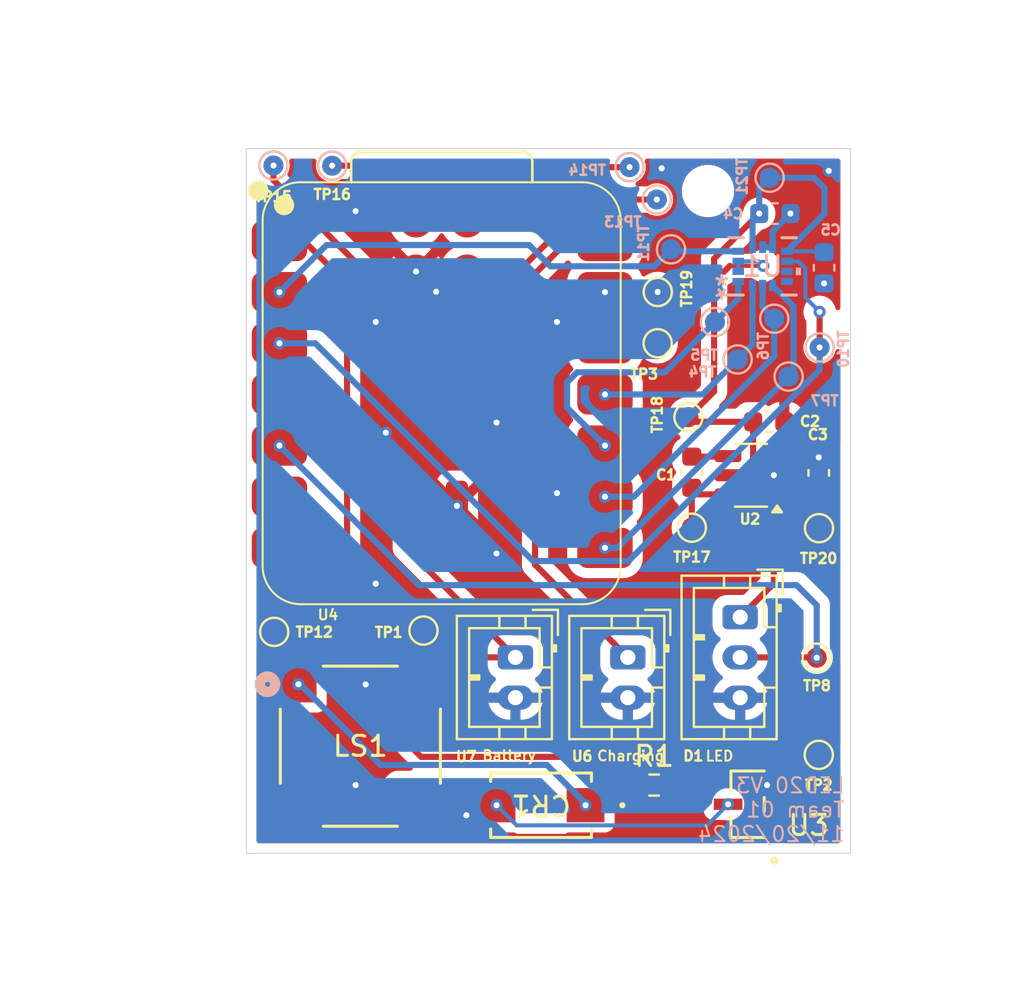
<source format=kicad_pcb>
(kicad_pcb (version 20240108) (generator "pcbnew") (generator_version "8.0")
  (title_block (title "LED20 Updated Schematic") (date "2024-11-12") (rev "2") (company "Team 01") (comment 1 "PCB Layout of LED20 "))
  (layers (0 "F.Cu" signal) (31 "B.Cu" signal) (34 "B.Paste" user) (35 "F.Paste" user) (36 "B.SilkS" user "B.Silkscreen") (37 "F.SilkS" user "F.Silkscreen") (38 "B.Mask" user) (39 "F.Mask" user) (44 "Edge.Cuts" user))
  (net 0 "")
  (net 1 "Net-(U2-C+)")
  (net 2 "Net-(U2-C-)")
  (net 3 "GND")
  (net 4 "3.3V")
  (net 5 "+5V")
  (net 6 "3.3V Data (D4)")
  (net 7 "VBATT")
  (net 8 "Net-(U1-SDA)")
  (net 9 "Net-(U1-SDO{slash}SA0)")
  (net 10 "Net-(U1-SCL)")
  (net 11 "Net-(U1-CS)")
  (net 12 "Net-(U1-INT2)")
  (net 13 "Net-(U1-INT1)")
  (net 14 "unconnected-(TP13-Pad1)")
  (net 15 "unconnected-(TP14-Pad1)")
  (net 16 "unconnected-(TP15-Pad1)")
  (net 17 "unconnected-(TP16-Pad1)")
  (net 21 "+5V IN")
  (net 24 "Net-(U4-LP_GPIO0{slash}GPIO0{slash}A0{slash}D0)")
  (net 25 "Net-(U3-COLLECTOR)")
  (net 26 "Net-(CR1-Pad1)")
  (net 27 "Net-(U3-BASE)")
  (footprint "TestPoint:TestPoint_Pad_D1.0mm" (layer "F.Cu") (at 160.6375 93.45 -90)
    (property "Reference" "TP2" (at 1.5 0 180) (layer "F.SilkS") (effects (font (size 0.5 0.5) (thickness 0.125))))
    (property "Value" "~")
    (pad "1" smd circle (at 0 0 270) (size 1 1) (layers "F.Cu" "F.Mask") (net 3 "GND"))
  )
  (footprint "Led20:ChargePump" (layer "F.Cu") (at 157.268761 79.56416 180)
    (property "Reference" "U2" (at 0.048197 -2.179258 0) (layer "F.SilkS") (effects (font (size 0.5 0.5) (thickness 0.125))))
    (property "Value" "~")
    (pad "1" smd roundrect (at -1.1375 -0.95 180) (size 1.325 0.6) (layers "F.Cu" "F.Paste" "F.Mask") (net 5 "+5V"))
    (pad "2" smd roundrect (at -1.1375 0 180) (size 1.325 0.6) (layers "F.Cu" "F.Paste" "F.Mask") (net 3 "GND"))
    (pad "3" smd roundrect (at -1.1375 0.95 180) (size 1.325 0.6) (layers "F.Cu" "F.Paste" "F.Mask") (net 5 "+5V"))
    (pad "4" smd roundrect (at 1.1375 0.95 180) (size 1.325 0.6) (layers "F.Cu" "F.Paste" "F.Mask") (net 2 "Net-(U2-C-)"))
    (pad "5" smd roundrect (at 1.1375 0 180) (size 1.325 0.6) (layers "F.Cu" "F.Paste" "F.Mask") (net 4 "3.3V"))
    (pad "6" smd roundrect (at 1.1375 -0.95 180) (size 1.325 0.6) (layers "F.Cu" "F.Paste" "F.Mask") (net 1 "Net-(U2-C+)"))
  )
  (footprint "Connector_JST:JST_PH_B2B-PH-K_1x02_P2.00mm_Vertical" (layer "F.Cu") (at 151.155921 88.608331 -90)
    (property "Reference" "U6" (at 4.911581 2.267942 180) (layer "F.SilkS") (effects (font (size 0.5 0.5) (thickness 0.125))))
    (property "Value" "B2B-PH-K-S")
    (pad "1" thru_hole roundrect (at 0 0 270) (size 1.2 1.75) (drill 0.75) (layers "*.Cu" "*.Mask") (roundrect_rratio 0.208333) (net 21 "+5V IN"))
    (pad "2" thru_hole oval (at 2 0 270) (size 1.2 1.75) (drill 0.75) (layers "*.Cu" "*.Mask") (net 3 "GND"))
  )
  (footprint "Connector_JST:JST_PH_B3B-PH-K_1x03_P2.00mm_Vertical" (layer "F.Cu") (at 156.733847 86.611446 -90)
    (property "Reference" "D1" (at 6.893255 2.327503 0) (layer "F.SilkS") (effects (font (size 0.5 0.5) (thickness 0.125))))
    (property "Value" "SK6812MINI")
    (pad "1" thru_hole roundrect (at 0 0 270) (size 1.2 1.75) (drill 0.75) (layers "*.Cu" "*.Mask") (roundrect_rratio 0.208333) (net 5 "+5V"))
    (pad "2" thru_hole oval (at 2 0 270) (size 1.2 1.75) (drill 0.75) (layers "*.Cu" "*.Mask") (net 6 "3.3V Data (D4)"))
    (pad "3" thru_hole oval (at 4 0 270) (size 1.2 1.75) (drill 0.75) (layers "*.Cu" "*.Mask") (net 3 "GND"))
  )
  (footprint "Capacitor_SMD:C_0603_1608Metric" (layer "F.Cu") (at 160.6375 79.45 -90)
    (property "Reference" "C3" (at -1.903419 0.044805 0) (layer "F.SilkS") (effects (font (size 0.5 0.5) (thickness 0.125))))
    (property "Value" "10u")
    (pad "1" smd roundrect (at -0.775 0 270) (size 0.9 0.95) (layers "F.Cu" "F.Paste" "F.Mask") (net 3 "GND"))
    (pad "2" smd roundrect (at 0.775 0 270) (size 0.9 0.95) (layers "F.Cu" "F.Paste" "F.Mask") (net 5 "+5V"))
  )
  (footprint "TestPoint:TestPoint_Pad_D1.0mm" (layer "F.Cu") (at 160.536654 88.625189)
    (property "Reference" "TP8" (at 0.012265 1.392674 0) (layer "F.SilkS") (effects (font (size 0.5 0.5) (thickness 0.125))))
    (property "Value" "~")
    (pad "1" smd circle (at 0 0) (size 1 1) (layers "F.Cu" "F.Mask") (net 6 "3.3V Data (D4)"))
  )
  (footprint "Footprints:SMA_403AE_OSI" (layer "F.Cu") (at 146.8473 95.95 180)
    (property "Reference" "CR1" (at 0 0 180) (layer "F.SilkS"))
    (property "Value" "S1B")
    (pad "1" smd rect (at -2.2098 0 180) (size 1.8796 1.7018) (layers "F.Cu" "F.Paste" "F.Mask") (net 26 "Net-(CR1-Pad1)"))
    (pad "2" smd rect (at 2.2098 0 180) (size 1.8796 1.7018) (layers "F.Cu" "F.Paste" "F.Mask") (net 25 "Net-(U3-COLLECTOR)"))
    (zone (net 0) (net_name "") (layer "F.Cu") (connect_pads (clearance 0)) (min_thickness 0.254)
      (keepout (tracks not_allowed) (vias not_allowed) (pads allowed) (copperpour not_allowed) (footprints allowed))
      (fill (thermal_gap 0.508) (thermal_bridge_width 0.508))
      (polygon (pts (xy 148.0665 97.3724) (xy 145.6281 97.3724) (xy 145.6281 94.5276) (xy 148.0665 94.5276)))
    )
  )
  (footprint "Led20:XIAO-ESP32-C6-SMD" (layer "F.Cu") (at 142.1375 75.53)
    (property "Reference" "U4" (at -6.44196 11.261619 0) (layer "F.SilkS") (effects (font (size 0.5 0.5) (thickness 0.10668)) (justify left bottom)))
    (property "Value" "~")
    (pad "1" smd roundrect (at -8.2816 -7.5985) (size 2.75 2) (layers "F.Cu" "F.Paste" "F.Mask") (net 24 "Net-(U4-LP_GPIO0{slash}GPIO0{slash}A0{slash}D0)"))
    (pad "2" smd roundrect (at -8.2816 -5.0585) (size 2.75 2) (layers "F.Cu" "F.Paste" "F.Mask") (net 13 "Net-(U1-INT1)"))
    (pad "3" smd roundrect (at -8.2816 -2.5185) (size 2.75 2) (layers "F.Cu" "F.Paste" "F.Mask") (net 12 "Net-(U1-INT2)"))
    (pad "4" smd roundrect (at -8.2816 0.0215) (size 2.75 2) (layers "F.Cu" "F.Paste" "F.Mask"))
    (pad "5" smd roundrect (at -8.2816 2.5615) (size 2.75 2) (layers "F.Cu" "F.Paste" "F.Mask") (net 6 "3.3V Data (D4)"))
    (pad "6" smd roundrect (at -8.2816 5.1015) (size 2.75 2) (layers "F.Cu" "F.Paste" "F.Mask"))
    (pad "7" smd roundrect (at -8.2816 7.6415) (size 2.75 2) (layers "F.Cu" "F.Paste" "F.Mask"))
    (pad "8" smd roundrect (at 7.8834 7.6415) (size 2.75 2) (layers "F.Cu" "F.Paste" "F.Mask") (net 11 "Net-(U1-CS)"))
    (pad "9" smd roundrect (at 7.8834 5.1015) (size 2.75 2) (layers "F.Cu" "F.Paste" "F.Mask") (net 10 "Net-(U1-SCL)"))
    (pad "10" smd roundrect (at 7.8834 2.5615) (size 2.75 2) (layers "F.Cu" "F.Paste" "F.Mask") (net 9 "Net-(U1-SDO{slash}SA0)"))
    (pad "11" smd roundrect (at 7.8834 0.0215) (size 2.75 2) (layers "F.Cu" "F.Paste" "F.Mask") (net 8 "Net-(U1-SDA)"))
    (pad "12" smd roundrect (at 7.8834 -2.5185) (size 2.75 2) (layers "F.Cu" "F.Paste" "F.Mask") (net 4 "3.3V"))
    (pad "13" smd roundrect (at 7.8834 -5.0585) (size 2.75 2) (layers "F.Cu" "F.Paste" "F.Mask") (net 3 "GND"))
    (pad "14" smd roundrect (at 7.8834 -7.5985) (size 2.75 2) (layers "F.Cu" "F.Paste" "F.Mask") (net 21 "+5V IN"))
    (pad "15" smd roundrect (at -2.008 5.5532 270) (size 2.5 1.1) (layers "F.Cu" "F.Paste" "F.Mask") (net 7 "VBATT"))
    (pad "16" smd roundrect (at 0.532 5.5532 270) (size 2.5 1.1) (layers "F.Cu" "F.Paste" "F.Mask") (net 3 "GND"))
    (pad "17" smd circle (at -1.5 -8.62) (size 1.7 1.7) (layers "F.Cu" "F.Paste" "F.Mask") (net 17 "unconnected-(TP16-Pad1)"))
    (pad "18" smd circle (at 1.04 -8.62) (size 1.7 1.7) (layers "F.Cu" "F.Paste" "F.Mask") (net 15 "unconnected-(TP14-Pad1)"))
    (pad "19" smd circle (at -1.5 -6.08) (size 1.7 1.7) (layers "F.Cu" "F.Paste" "F.Mask") (net 3 "GND"))
    (pad "20" smd circle (at 1.04 -6.08) (size 1.7 1.7) (layers "F.Cu" "F.Paste" "F.Mask"))
    (pad "21" smd circle (at -1.5 -3.54) (size 1.7 1.7) (layers "F.Cu" "F.Paste" "F.Mask") (net 16 "unconnected-(TP15-Pad1)"))
    (pad "22" smd circle (at 1.04 -3.54) (size 1.7 1.7) (layers "F.Cu" "F.Paste" "F.Mask") (net 14 "unconnected-(TP13-Pad1)"))
    (pad "23" smd circle (at -1.5 -1) (size 1.7 1.7) (layers "F.Cu" "F.Paste" "F.Mask"))
    (pad "24" smd circle (at 0.9474 -1.0568) (size 1.7 1.7) (layers "F.Cu" "F.Paste" "F.Mask"))
  )
  (footprint "TestPoint:TestPoint_Pad_D1.0mm" (layer "F.Cu") (at 154.166059 76.678665 180)
    (property "Reference" "TP18" (at 1.54972 0.123129 -90) (layer "F.SilkS") (effects (font (size 0.5 0.5) (thickness 0.125))))
    (property "Value" "~")
    (pad "1" smd circle (at 0 0 180) (size 1 1) (layers "F.Cu" "F.Mask") (net 4 "3.3V"))
  )
  (footprint "Capacitor_SMD:C_0603_1608Metric" (layer "F.Cu") (at 154.333037 79.414265 90)
    (property "Reference" "C1" (at -0.134148 -1.277947 180) (layer "F.SilkS") (effects (font (size 0.5 0.5) (thickness 0.125))))
    (property "Value" "1u")
    (pad "1" smd roundrect (at -0.775 0 90) (size 0.9 0.95) (layers "F.Cu" "F.Paste" "F.Mask") (net 1 "Net-(U2-C+)"))
    (pad "2" smd roundrect (at 0.775 0 90) (size 0.9 0.95) (layers "F.Cu" "F.Paste" "F.Mask") (net 2 "Net-(U2-C-)"))
  )
  (footprint "TestPoint:TestPoint_Pad_D1.0mm" (layer "F.Cu") (at 141.008275 87.276212 180)
    (property "Reference" "TP1" (at 1.722719 -0.091634 180) (layer "F.SilkS") (effects (font (size 0.5 0.5) (thickness 0.125))))
    (property "Value" "~")
    (pad "1" smd circle (at 0 0 180) (size 1 1) (layers "F.Cu" "F.Mask") (net 7 "VBATT"))
  )
  (footprint "Capacitor_SMD:C_0603_1608Metric" (layer "F.Cu") (at 158.153782 76.910052)
    (property "Reference" "C2" (at 2.050231 -0.019744 0) (layer "F.SilkS") (effects (font (size 0.5 0.5) (thickness 0.125))))
    (property "Value" "10u")
    (pad "1" smd roundrect (at -0.775 0) (size 0.9 0.95) (layers "F.Cu" "F.Paste" "F.Mask") (net 4 "3.3V"))
    (pad "2" smd roundrect (at 0.775 0) (size 0.9 0.95) (layers "F.Cu" "F.Paste" "F.Mask") (net 3 "GND"))
  )
  (footprint "TestPoint:TestPoint_Pad_D1.0mm" (layer "F.Cu") (at 154.333075 82.169007 180)
    (property "Reference" "TP17" (at -0.00489 -1.460173 0) (layer "F.SilkS") (effects (font (size 0.5 0.5) (thickness 0.125))))
    (property "Value" "~")
    (pad "1" smd circle (at 0 0 180) (size 1 1) (layers "F.Cu" "F.Mask") (net 1 "Net-(U2-C+)"))
  )
  (footprint "TestPoint:TestPoint_Pad_D1.0mm" (layer "F.Cu") (at 160.649673 82.192994 180)
    (property "Reference" "TP20" (at 0.018327 -1.502797 0) (layer "F.SilkS") (effects (font (size 0.5 0.5) (thickness 0.125))))
    (property "Value" "~")
    (pad "1" smd circle (at 0 0 180) (size 1 1) (layers "F.Cu" "F.Mask") (net 5 "+5V"))
  )
  (footprint "TestPoint:TestPoint_Pad_D1.0mm" (layer "F.Cu") (at 152.63835 73.009731)
    (property "Reference" "TP3" (at -0.673172 1.533258 0) (layer "F.SilkS") (effects (font (size 0.5 0.5) (thickness 0.125))))
    (property "Value" "~")
    (pad "1" smd circle (at 0 0) (size 1 1) (layers "F.Cu" "F.Mask") (net 4 "3.3V"))
  )
  (footprint "TestPoint:TestPoint_Pad_D1.0mm" (layer "F.Cu") (at 152.643559 70.463206)
    (property "Reference" "TP19" (at 1.436001 -0.164977 90) (layer "F.SilkS") (effects (font (size 0.5 0.5) (thickness 0.125))))
    (property "Value" "~")
    (pad "1" smd circle (at 0 0) (size 1 1) (layers "F.Cu" "F.Mask") (net 3 "GND"))
  )
  (footprint "TestPoint:TestPoint_Pad_D1.0mm" (layer "F.Cu") (at 133.594062 87.34175)
    (property "Reference" "TP12" (at 1.991518 0.011891 0) (layer "F.SilkS") (effects (font (size 0.5 0.5) (thickness 0.125))))
    (property "Value" "~")
    (pad "1" smd circle (at 0 0) (size 1 1) (layers "F.Cu" "F.Mask") (net 24 "Net-(U4-LP_GPIO0{slash}GPIO0{slash}A0{slash}D0)"))
  )
  (footprint "Led20:CMT-7525-80-SMT-TR_CUD" (layer "F.Cu") (at 137.874055 93.018829)
    (property "Reference" "LS1" (at 0 0 0) (layer "F.SilkS"))
    (property "Value" "CMT-7525-80-SMT-TR")
    (pad "1" smd rect (at -3.075 -3.075) (size 1.8034 1.8034) (layers "F.Cu" "F.Paste" "F.Mask") (net 26 "Net-(CR1-Pad1)"))
    (pad "2" smd rect (at -3.075 3.075) (size 1.8034 1.8034) (layers "F.Cu" "F.Paste" "F.Mask") (net 25 "Net-(U3-COLLECTOR)"))
    (pad "3" smd rect (at 3.075 -3.075) (size 1.8034 1.8034) (layers "F.Cu" "F.Paste" "F.Mask"))
    (pad "4" smd rect (at 3.075 3.075) (size 1.8034 1.8034) (layers "F.Cu" "F.Paste" "F.Mask"))
  )
  (footprint "Connector_JST:JST_PH_B2B-PH-K_1x02_P2.00mm_Vertical" (layer "F.Cu") (at 145.575412 88.608331 -90)
    (property "Reference" "U7" (at 4.921934 2.442242 180) (layer "F.SilkS") (effects (font (size 0.5 0.5) (thickness 0.125))))
    (property "Value" "B2B-PH-K-S")
    (pad "1" thru_hole roundrect (at 0 0 270) (size 1.2 1.75) (drill 0.75) (layers "*.Cu" "*.Mask") (roundrect_rratio 0.208333) (net 7 "VBATT"))
    (pad "2" thru_hole oval (at 2 0 270) (size 1.2 1.75) (drill 0.75) (layers "*.Cu" "*.Mask") (net 3 "GND"))
  )
  (footprint "Resistor_SMD:R_0603_1608Metric" (layer "F.Cu") (at 152.4625 94.95)
    (property "Reference" "R1" (at 0 -1.43 0) (layer "F.SilkS"))
    (property "Value" "180")
    (pad "1" smd roundrect (at -0.825 0) (size 0.8 0.95) (layers "F.Cu" "F.Paste" "F.Mask") (net 24 "Net-(U4-LP_GPIO0{slash}GPIO0{slash}A0{slash}D0)"))
    (pad "2" smd roundrect (at 0.825 0) (size 0.8 0.95) (layers "F.Cu" "F.Paste" "F.Mask") (net 27 "Net-(U3-BASE)"))
  )
  (footprint "Footprints:SOT-23_ONS" (layer "F.Cu") (at 157.1027 95.9025 90)
    (property "Reference" "U3" (at -1.0475 3.0348 0) (layer "F.SilkS"))
    (property "Value" "MMBT4401LT1G")
    (pad "1" smd rect (at -0.9525 0.9652 90) (size 0.5588 1.4224) (layers "F.Cu" "F.Paste" "F.Mask") (net 27 "Net-(U3-BASE)"))
    (pad "2" smd rect (at 0.9525 0.9652 90) (size 0.5588 1.4224) (layers "F.Cu" "F.Paste" "F.Mask") (net 3 "GND"))
    (pad "3" smd rect (at 0 -0.9652 90) (size 0.5588 1.4224) (layers "F.Cu" "F.Paste" "F.Mask") (net 25 "Net-(U3-COLLECTOR)"))
  )
  (footprint "TestPoint:TestPoint_Pad_D1.0mm" (layer "B.Cu") (at 160.680206 73.216858 90)
    (property "Reference" "TP10" (at -0.086966 1.182134 -90) (layer "B.SilkS") (effects (font (size 0.5 0.5) (thickness 0.125) (bold yes)) (justify mirror)))
    (property "Value" "~")
    (pad "1" smd circle (at 0 0 90) (size 1 1) (layers "B.Cu" "B.Mask") (net 12 "Net-(U1-INT2)"))
  )
  (footprint "TestPoint:TestPoint_Pad_D1.0mm" (layer "B.Cu") (at 158.197657 64.789736 90)
    (property "Reference" "TP21" (at 0.059732 -1.366591 90) (layer "B.SilkS") (effects (font (size 0.5 0.5) (thickness 0.125) (bold yes)) (justify mirror)))
    (property "Value" "~")
    (pad "1" smd circle (at 0 0 90) (size 1 1) (layers "B.Cu" "B.Mask") (net 4 "3.3V"))
  )
  (footprint "MountingHole:MountingHole_2.1mm" (layer "B.Cu") (at 155.1375 65.45 180)
    (property "Reference" "REF**" (hide yes))
    (property "Value" "MountingHole_2.1mm")
    (pad "" np_thru_hole circle (at 0 0 180) (size 2.1 2.1) (drill 2.1) (layers "*.Cu" "*.Mask"))
  )
  (footprint "TestPoint:TestPoint_Pad_D1.0mm" (layer "B.Cu") (at 133.558215 64.181695)
    (property "Reference" "TP15" (at -0.006781 1.547978 0) (layer "F.SilkS") (effects (font (size 0.5 0.5) (thickness 0.125))))
    (property "Value" "~")
    (pad "1" smd circle (at 0 0) (size 1 1) (layers "B.Cu" "B.Mask") (net 16 "unconnected-(TP15-Pad1)"))
  )
  (footprint "TestPoint:TestPoint_Pad_D1.0mm" (layer "B.Cu") (at 136.473277 64.192789)
    (property "Reference" "TP16" (at 0.007435 1.428574 0) (layer "F.SilkS") (effects (font (size 0.5 0.5) (thickness 0.125))))
    (property "Value" "~")
    (pad "1" smd circle (at 0 0) (size 1 1) (layers "B.Cu" "B.Mask") (net 17 "unconnected-(TP16-Pad1)"))
  )
  (footprint "Capacitor_SMD:C_0603_1608Metric" (layer "B.Cu") (at 160.901178 69.262353 90)
    (property "Reference" "C5" (at 1.876373 0.329206 180) (layer "B.SilkS") (effects (font (size 0.5 0.5) (thickness 0.125)) (justify mirror)))
    (property "Value" "100n")
    (pad "1" smd roundrect (at -0.775 0 90) (size 0.9 0.95) (layers "B.Cu" "B.Paste" "B.Mask") (net 3 "GND"))
    (pad "2" smd roundrect (at 0.775 0 90) (size 0.9 0.95) (layers "B.Cu" "B.Paste" "B.Mask") (net 4 "3.3V"))
  )
  (footprint "Led20:LGA-14L_2P5X3X0P83_STM-L" (layer "B.Cu") (at 157.849653 69.192352)
    (property "Reference" "U1" (at 0 0 0) (layer "B.SilkS") (effects (justify mirror)))
    (property "Value" "~")
    (fp_text user "*" (at -2.032 1 0) (layer "B.SilkS") (effects (justify mirror)))
    (fp_text user "*" (at -2.032 1.0437 180) (layer "B.SilkS") (effects (justify mirror)))
    (pad "1" smd rect (at -1.2103 0.750001 270) (size 0.351536 0.57658) (layers "B.Cu" "B.Paste" "B.Mask") (net 9 "Net-(U1-SDO{slash}SA0)"))
    (pad "2" smd rect (at -1.2103 0.25 270) (size 0.351536 0.57658) (layers "B.Cu" "B.Paste" "B.Mask") (net 4 "3.3V"))
    (pad "3" smd rect (at -1.2103 -0.25 270) (size 0.351536 0.57658) (layers "B.Cu" "B.Paste" "B.Mask") (net 4 "3.3V"))
    (pad "4" smd rect (at -1.2103 -0.750001 270) (size 0.351536 0.57658) (layers "B.Cu" "B.Paste" "B.Mask") (net 13 "Net-(U1-INT1)"))
    (pad "5" smd rect (at -0.499999 -0.9563) (size 0.351536 0.57658) (layers "B.Cu" "B.Paste" "B.Mask") (net 4 "3.3V"))
    (pad "6" smd rect (at 0 -0.9563) (size 0.351536 0.57658) (layers "B.Cu" "B.Paste" "B.Mask") (net 3 "GND"))
    (pad "7" smd rect (at 0.499999 -0.9563) (size 0.351536 0.57658) (layers "B.Cu" "B.Paste" "B.Mask") (net 3 "GND"))
    (pad "8" smd rect (at 1.2103 -0.750001 270) (size 0.351536 0.57658) (layers "B.Cu" "B.Paste" "B.Mask") (net 4 "3.3V"))
    (pad "9" smd rect (at 1.2103 -0.25 270) (size 0.351536 0.57658) (layers "B.Cu" "B.Paste" "B.Mask") (net 12 "Net-(U1-INT2)"))
    (pad "10" smd rect (at 1.2103 0.25 270) (size 0.351536 0.57658) (layers "B.Cu" "B.Paste" "B.Mask"))
    (pad "11" smd rect (at 1.2103 0.750001 270) (size 0.351536 0.57658) (layers "B.Cu" "B.Paste" "B.Mask"))
    (pad "12" smd rect (at 0.499999 0.9563) (size 0.351536 0.57658) (layers "B.Cu" "B.Paste" "B.Mask") (net 11 "Net-(U1-CS)"))
    (pad "13" smd rect (at 0 0.9563) (size 0.351536 0.57658) (layers "B.Cu" "B.Paste" "B.Mask") (net 10 "Net-(U1-SCL)"))
    (pad "14" smd rect (at -0.499999 0.9563) (size 0.351536 0.57658) (layers "B.Cu" "B.Paste" "B.Mask") (net 8 "Net-(U1-SDA)"))
  )
  (footprint "TestPoint:TestPoint_Pad_D1.0mm" (layer "B.Cu") (at 159.140756 74.664675 -90)
    (property "Reference" "TP7" (at 1.203628 -1.789971 180) (layer "B.SilkS") (effects (font (size 0.5 0.5) (thickness 0.125) (bold yes)) (justify mirror)))
    (property "Value" "~")
    (pad "1" smd circle (at 0 0 270) (size 1 1) (layers "B.Cu" "B.Mask") (net 11 "Net-(U1-CS)"))
  )
  (footprint "TestPoint:TestPoint_Pad_D1.0mm" (layer "B.Cu") (at 152.5961 65.872827 180)
    (property "Reference" "TP13" (at 1.691163 -1.114361 0) (layer "B.SilkS") (effects (font (size 0.5 0.5) (thickness 0.125)) (justify mirror)))
    (property "Value" "~")
    (pad "1" smd circle (at 0 0 180) (size 1 1) (layers "B.Cu" "B.Mask") (net 14 "unconnected-(TP13-Pad1)"))
  )
  (footprint "TestPoint:TestPoint_Pad_D1.0mm" (layer "B.Cu") (at 151.241689 64.264802 180)
    (property "Reference" "TP14" (at 2.100344 -0.153276 0) (layer "B.SilkS") (effects (font (size 0.5 0.5) (thickness 0.125)) (justify mirror)))
    (property "Value" "~")
    (pad "1" smd circle (at 0 0 180) (size 1 1) (layers "B.Cu" "B.Mask") (net 15 "unconnected-(TP14-Pad1)"))
  )
  (footprint "TestPoint:TestPoint_Pad_D1.0mm" (layer "B.Cu") (at 156.608313 73.814663 -90)
    (property "Reference" "TP4" (at 0.625422 1.74681 180) (layer "B.SilkS") (effects (font (size 0.5 0.5) (thickness 0.125) (bold yes)) (justify mirror)))
    (property "Value" "~")
    (pad "1" smd circle (at 0 0 270) (size 1 1) (layers "B.Cu" "B.Mask") (net 8 "Net-(U1-SDA)"))
  )
  (footprint "TestPoint:TestPoint_Pad_D1.0mm" (layer "B.Cu") (at 158.430138 71.791608 -90)
    (property "Reference" "TP6" (at 1.369929 0.546241 90) (layer "B.SilkS") (effects (font (size 0.5 0.5) (thickness 0.125) (bold yes)) (justify mirror)))
    (property "Value" "~")
    (pad "1" smd circle (at 0 0 270) (size 1 1) (layers "B.Cu" "B.Mask") (net 10 "Net-(U1-SCL)"))
  )
  (footprint "TestPoint:TestPoint_Pad_D1.0mm" (layer "B.Cu") (at 153.301137 68.346097 -90)
    (property "Reference" "TP11" (at -0.309446 1.362758 90) (layer "B.SilkS") (effects (font (size 0.5 0.5) (thickness 0.125) (bold yes)) (justify mirror)))
    (property "Value" "~")
    (pad "1" smd circle (at 0 0 270) (size 1 1) (layers "B.Cu" "B.Mask") (net 13 "Net-(U1-INT1)"))
  )
  (footprint "TestPoint:TestPoint_Pad_D1.0mm" (layer "B.Cu") (at 155.484764 71.9583 -90)
    (property "Reference" "TP5" (at 1.638752 0.537736 180) (layer "B.SilkS") (effects (font (size 0.5 0.5) (thickness 0.125) (bold yes)) (justify mirror)))
    (property "Value" "~")
    (pad "1" smd circle (at 0 0 270) (size 1 1) (layers "B.Cu" "B.Mask") (net 9 "Net-(U1-SDO{slash}SA0)"))
  )
  (footprint "Capacitor_SMD:C_0603_1608Metric" (layer "B.Cu") (at 158.4571 66.569471 180)
    (property "Reference" "C4" (at 2.068364 -0.014527 0) (layer "B.SilkS") (effects (font (size 0.5 0.5) (thickness 0.125) (bold yes)) (justify mirror)))
    (property "Value" "100n")
    (pad "1" smd roundrect (at -0.775 0 180) (size 0.9 0.95) (layers "B.Cu" "B.Paste" "B.Mask") (net 3 "GND"))
    (pad "2" smd roundrect (at 0.775 0 180) (size 0.9 0.95) (layers "B.Cu" "B.Paste" "B.Mask") (net 4 "3.3V"))
  )
  (gr_rect (start 132.212322 63.338382) (end 162.212322 98.338382) (stroke (width 0.05)) (fill none) (layer "Edge.Cuts"))
  (gr_text "LED20 V3\nTeam 01\n11/20/2024" (at 161.985531 97.825183 0) (layer "B.SilkS") (effects (font (size 0.75 0.75) (thickness 0.1)) (justify left bottom mirror)))
  (gr_text "LED\n" (at 154.964936 93.802967 0) (layer "F.SilkS") (effects (font (size 0.5 0.5) (thickness 0.1)) (justify left bottom)))
  (gr_text "Battery\n" (at 143.875406 93.777677 0) (layer "F.SilkS") (effects (font (size 0.5 0.5) (thickness 0.1)) (justify left bottom)))
  (gr_text "Charging\n" (at 149.575234 93.794814 0) (layer "F.SilkS") (effects (font (size 0.5 0.5) (thickness 0.1)) (justify left bottom)))
  (segment (start 154.348199 80.204427) (end 154.333037 80.189265) (width 0.3048) (layer "F.Cu") (net 1))
  (segment (start 154.333037 82.168969) (end 154.333075 82.169007) (width 0.3048) (layer "F.Cu") (net 1))
  (segment (start 154.333037 80.189265) (end 154.657932 80.51416) (width 0.3048) (layer "F.Cu") (net 1))
  (segment (start 154.333037 80.189265) (end 154.333037 82.168969) (width 0.3048) (layer "F.Cu") (net 1))
  (segment (start 154.657932 80.51416) (end 156.131261 80.51416) (width 0.3048) (layer "F.Cu") (net 1))
  (segment (start 154.571604 78.626906) (end 154.559245 78.639265) (width 0.3048) (layer "F.Cu") (net 2))
  (segment (start 154.333037 78.639265) (end 154.559245 78.639265) (width 0.3048) (layer "F.Cu") (net 2))
  (segment (start 154.333037 78.639265) (end 156.106156 78.639265) (width 0.3048) (layer "F.Cu") (net 2))
  (segment (start 154.335742 78.63656) (end 154.333037 78.639265) (width 0.3048) (layer "F.Cu") (net 2))
  (segment (start 156.106156 78.639265) (end 156.131261 78.61416) (width 0.3048) (layer "F.Cu") (net 2))
  (segment (start 158.0679 94.95) (end 159.1375 94.95) (width 0.3048) (layer "F.Cu") (net 3))
  (segment (start 150.0209 70.4715) (end 152.635265 70.4715) (width 0.3048) (layer "F.Cu") (net 3))
  (segment (start 152.635265 70.4715) (end 152.643559 70.463206) (width 0.3048) (layer "F.Cu") (net 3))
  (segment (start 159.1375 94.95) (end 160.6375 93.45) (width 0.3048) (layer "F.Cu") (net 3))
  (via (at 160.6375 78.675) (size 0.6) (drill 0.3) (layers "F.Cu" "B.Cu") (net 3))
  (via (at 161.1375 64.45) (size 0.6) (drill 0.3) (layers "F.Cu" "B.Cu") (net 3))
  (via (at 152.835891 64.32261) (size 0.6) (drill 0.3) (layers "F.Cu" "B.Cu") (net 3))
  (via (at 140.6375 69.45) (size 0.6) (drill 0.3) (layers "F.Cu" "B.Cu") (net 3))
  (via (at 147.6375 80.45) (size 0.6) (drill 0.3) (layers "F.Cu" "B.Cu") (net 3))
  (via (at 150.0209 70.4715) (size 0.6) (drill 0.3) (layers "F.Cu" "B.Cu") (net 3))
  (via (at 137.6375 66.45) (size 0.6) (drill 0.3) (layers "F.Cu" "B.Cu") (net 3))
  (via (at 152.6375 70.463206) (size 0.6) (drill 0.3) (layers "F.Cu" "B.Cu") (net 3))
  (via (at 138.1375 89.95) (size 0.6) (drill 0.3) (layers "F.Cu" "B.Cu") (net 3))
  (via (at 147.6375 71.95) (size 0.6) (drill 0.3) (layers "F.Cu" "B.Cu") (net 3))
  (via (at 158.406261 79.56416) (size 0.6) (drill 0.3) (layers "F.Cu" "B.Cu") (net 3))
  (via (at 160.901178 70.037353) (size 0.6) (drill 0.3) (layers "F.Cu" "B.Cu") (net 3))
  (via (at 139.1375 77.45) (size 0.6) (drill 0.3) (layers "F.Cu" "B.Cu") (net 3))
  (via (at 144.6375 83.45) (size 0.6) (drill 0.3) (layers "F.Cu" "B.Cu") (net 3))
  (via (at 143.1375 96.45) (size 0.6) (drill 0.3) (layers "F.Cu" "B.Cu") (net 3))
  (via (at 137.6375 94.95) (size 0.6) (drill 0.3) (layers "F.Cu" "B.Cu") (net 3))
  (via (at 144.6375 76.95) (size 0.6) (drill 0.3) (layers "F.Cu" "B.Cu") (net 3))
  (via (at 142.6695 81.0832) (size 0.6) (drill 0.3) (layers "F.Cu" "B.Cu") (net 3))
  (via (at 138.6375 71.95) (size 0.6) (drill 0.3) (layers "F.Cu" "B.Cu") (net 3))
  (via (at 141.6375 70.45) (size 0.6) (drill 0.3) (layers "F.Cu" "B.Cu") (net 3))
  (via (at 159.2321 66.569471) (size 0.6) (drill 0.3) (layers "F.Cu" "B.Cu") (net 3))
  (via (at 138.6375 84.95) (size 0.6) (drill 0.3) (layers "F.Cu" "B.Cu") (net 3))
  (via (at 158.0679 94.95) (size 0.6) (drill 0.3) (layers "F.Cu" "B.Cu") (net 3))
  (segment (start 157.849653 68.236052) (end 158.349652 68.236052) (width 0.3048) (layer "B.Cu") (net 3))
  (segment (start 158.349652 68.236052) (end 158.349652 67.451919) (width 0.3048) (layer "B.Cu") (net 3))
  (segment (start 158.349652 67.451919) (end 159.2321 66.569471) (width 0.3048) (layer "B.Cu") (net 3))
  (segment (start 156.223978 69.166348) (end 157.880031 69.166348) (width 0.2) (layer "F.Cu") (net 4))
  (segment (start 157.378782 78.979138) (end 156.79376 79.56416) (width 0.3048) (layer "F.Cu") (net 4))
  (segment (start 152.63835 72.251976) (end 155.440326 69.45) (width 0.3048) (layer "F.Cu") (net 4))
  (segment (start 155.940326 69.45) (end 156.223978 69.166348) (width 0.3048) (layer "F.Cu") (net 4))
  (segment (start 155.440326 75.404398) (end 155.440326 69.45) (width 0.3048) (layer "F.Cu") (net 4))
  (segment (start 154.166059 76.678665) (end 155.440326 75.404398) (width 0.3048) (layer "F.Cu") (net 4))
  (segment (start 152.636581 73.0115) (end 152.63835 73.009731) (width 0.3048) (layer "F.Cu") (net 4))
  (segment (start 155.440326 69.45) (end 155.440326 68.811245) (width 0.3048) (layer "F.Cu") (net 4))
  (segment (start 155.440326 69.45) (end 155.940326 69.45) (width 0.3048) (layer "F.Cu") (net 4))
  (segment (start 157.378782 76.910052) (end 157.378782 78.979138) (width 0.3048) (layer "F.Cu") (net 4))
  (segment (start 152.63835 73.009731) (end 152.63835 72.251976) (width 0.3048) (layer "F.Cu") (net 4))
  (segment (start 154.397446 76.910052) (end 154.166059 76.678665) (width 0.3048) (layer "F.Cu") (net 4))
  (segment (start 156.79376 79.56416) (end 156.131261 79.56416) (width 0.3048) (layer "F.Cu") (net 4))
  (segment (start 155.440326 68.811245) (end 157.6821 66.569471) (width 0.3048) (layer "F.Cu") (net 4))
  (segment (start 150.0209 73.0115) (end 152.636581 73.0115) (width 0.3048) (layer "F.Cu") (net 4))
  (segment (start 157.378782 76.910052) (end 154.397446 76.910052) (width 0.3048) (layer "F.Cu") (net 4))
  (via (at 157.6821 66.569471) (size 0.6) (drill 0.3) (layers "F.Cu" "B.Cu") (net 4))
  (via (at 157.880031 69.166348) (size 0.6) (drill 0.3) (layers "F.Cu" "B.Cu") (net 4))
  (segment (start 160.901178 68.487353) (end 160.856176 68.442351) (width 0.2) (layer "B.Cu") (net 4))
  (segment (start 157.6821 66.569471) (end 157.6821 65.305293) (width 0.3048) (layer "B.Cu") (net 4))
  (segment (start 157.349654 67.521938) (end 157.349654 66.901917) (width 0.3048) (layer "B.Cu") (net 4))
  (segment (start 160.922017 65.312266) (end 160.399487 64.789736) (width 0.3048) (layer "B.Cu") (net 4))
  (segment (start 160.856176 68.442351) (end 159.059953 68.442351) (width 0.2) (layer "B.Cu") (net 4))
  (segment (start 156.639353 68.942352) (end 157.656035 68.942352) (width 0.2032) (layer "B.Cu") (net 4))
  (segment (start 160.399487 64.789736) (end 158.197657 64.789736) (width 0.3048) (layer "B.Cu") (net 4))
  (segment (start 157.656035 68.942352) (end 157.880031 69.166348) (width 0.2032) (layer "B.Cu") (net 4))
  (segment (start 159.059953 68.442351) (end 160.922017 66.580287) (width 0.3048) (layer "B.Cu") (net 4))
  (segment (start 157.6821 65.305293) (end 158.197657 64.789736) (width 0.3048) (layer "B.Cu") (net 4))
  (segment (start 156.639353 68.942352) (end 156.639353 69.442352) (width 0.2032) (layer "B.Cu") (net 4))
  (segment (start 157.349654 68.236052) (end 157.349654 67.521938) (width 0.3048) (layer "B.Cu") (net 4))
  (segment (start 157.349654 66.901917) (end 157.6821 66.569471) (width 0.3048) (layer "B.Cu") (net 4))
  (segment (start 160.922017 66.580287) (end 160.922017 65.312266) (width 0.3048) (layer "B.Cu") (net 4))
  (segment (start 158.406261 80.51416) (end 158.406261 84.939032) (width 0.3048) (layer "F.Cu") (net 5))
  (segment (start 158.406261 78.61416) (end 159.06876 78.61416) (width 0.3048) (layer "F.Cu") (net 5))
  (segment (start 159.368761 80.214159) (end 159.06876 80.51416) (width 0.3048) (layer "F.Cu") (net 5))
  (segment (start 159.368761 78.914161) (end 159.368761 80.214159) (width 0.3048) (layer "F.Cu") (net 5))
  (segment (start 160.354244 80.179654) (end 160.445218 80.08868) (width 0.3048) (layer "F.Cu") (net 5))
  (segment (start 160.6375 80.225) (end 160.6375 82.180821) (width 0.3048) (layer "F.Cu") (net 5))
  (segment (start 158.406261 84.939032) (end 156.733847 86.611446) (width 0.3048) (layer "F.Cu") (net 5))
  (segment (start 159.06876 78.61416) (end 159.368761 78.914161) (width 0.3048) (layer "F.Cu") (net 5))
  (segment (start 160.6375 82.180821) (end 160.649673 82.192994) (width 0.3048) (layer "F.Cu") (net 5))
  (segment (start 158.490107 80.598006) (end 158.406261 80.51416) (width 0.3048) (layer "F.Cu") (net 5))
  (segment (start 159.06876 80.51416) (end 158.406261 80.51416) (width 0.3048) (layer "F.Cu") (net 5))
  (segment (start 160.34834 80.51416) (end 160.6375 80.225) (width 0.3048) (layer "F.Cu") (net 5))
  (segment (start 158.406261 80.51416) (end 160.34834 80.51416) (width 0.3048) (layer "F.Cu") (net 5))
  (segment (start 156.733847 88.611446) (end 160.522911 88.611446) (width 0.3048) (layer "F.Cu") (net 6))
  (segment (start 160.522911 88.611446) (end 160.536654 88.625189) (width 0.3048) (layer "F.Cu") (net 6))
  (via (at 133.8559 78.0915) (size 0.6) (drill 0.3) (layers "F.Cu" "B.Cu") (net 6))
  (via (at 160.536654 88.625189) (size 0.6) (drill 0.3) (layers "F.Cu" "B.Cu") (net 6))
  (segment (start 140.78592 85.02152) (end 159.53891 85.02152) (width 0.3048) (layer "B.Cu") (net 6))
  (segment (start 159.53891 85.02152) (end 160.536654 86.019264) (width 0.3048) (layer "B.Cu") (net 6))
  (segment (start 160.536654 86.019264) (end 160.536654 88.625189) (width 0.3048) (layer "B.Cu") (net 6))
  (segment (start 133.8559 78.0915) (end 140.78592 85.02152) (width 0.3048) (layer "B.Cu") (net 6))
  (segment (start 140.1295 81.0832) (end 140.1295 83.162419) (width 0.3048) (layer "F.Cu") (net 7))
  (segment (start 141.008275 87.276212) (end 141.961268 87.276212) (width 0.3048) (layer "F.Cu") (net 7))
  (segment (start 140.1295 83.162419) (end 145.575412 88.608331) (width 0.3048) (layer "F.Cu") (net 7))
  (segment (start 141.961268 87.276212) (end 143.293387 88.608331) (width 0.3048) (layer "F.Cu") (net 7))
  (segment (start 143.293387 88.608331) (end 145.575412 88.608331) (width 0.3048) (layer "F.Cu") (net 7))
  (via (at 150.0209 75.5515) (size 0.6) (drill 0.3) (layers "F.Cu" "B.Cu") (net 8))
  (segment (start 157.349654 73.073322) (end 157.349654 70.148652) (width 0.3048) (layer "B.Cu") (net 8))
  (segment (start 156.608313 73.814663) (end 157.349654 73.073322) (width 0.3048) (layer "B.Cu") (net 8))
  (segment (start 150.0209 75.5515) (end 154.871476 75.5515) (width 0.3048) (layer "B.Cu") (net 8))
  (segment (start 154.871476 75.5515) (end 156.608313 73.814663) (width 0.3048) (layer "B.Cu") (net 8))
  (via (at 150.0209 78.0915) (size 0.6) (drill 0.3) (layers "F.Cu" "B.Cu") (net 9))
  (segment (start 156.639353 69.942353) (end 156.639353 70.803711) (width 0.3048) (layer "B.Cu") (net 9))
  (segment (start 148.1375 74.95) (end 148.1375 76.2081) (width 0.3048) (layer "B.Cu") (net 9))
  (segment (start 148.6375 74.45) (end 148.1375 74.95) (width 0.3048) (layer "B.Cu") (net 9))
  (segment (start 148.1375 76.2081) (end 150.0209 78.0915) (width 0.3048) (layer "B.Cu") (net 9))
  (segment (start 152.993064 74.45) (end 148.6375 74.45) (width 0.3048) (layer "B.Cu") (net 9))
  (segment (start 156.639353 70.803711) (end 155.484764 71.9583) (width 0.3048) (layer "B.Cu") (net 9))
  (segment (start 155.484764 71.9583) (end 152.993064 74.45) (width 0.3048) (layer "B.Cu") (net 9))
  (via (at 150.0209 80.6315) (size 0.6) (drill 0.3) (layers "F.Cu" "B.Cu") (net 10))
  (segment (start 158.430138 71.791608) (end 157.849653 71.211123) (width 0.3048) (layer "B.Cu") (net 10))
  (segment (start 158.430138 71.791608) (end 158.430138 73.657362) (width 0.3048) (layer "B.Cu") (net 10))
  (segment (start 157.849653 71.211123) (end 157.849653 70.148652) (width 0.3048) (layer "B.Cu") (net 10))
  (segment (start 158.430138 73.657362) (end 151.456 80.6315) (width 0.3048) (layer "B.Cu") (net 10))
  (segment (start 151.456 80.6315) (end 150.0209 80.6315) (width 0.3048) (layer "B.Cu") (net 10))
  (via (at 150.0209 83.1715) (size 0.6) (drill 0.3) (layers "F.Cu" "B.Cu") (net 11))
  (segment (start 159.383131 74.4223) (end 159.383131 71.182131) (width 0.3048) (layer "B.Cu") (net 11))
  (segment (start 159.140756 74.664675) (end 159.383131 74.4223) (width 0.3048) (layer "B.Cu") (net 11))
  (segment (start 150.633931 83.1715) (end 150.0209 83.1715) (width 0.3048) (layer "B.Cu") (net 11))
  (segment (start 159.140756 74.664675) (end 150.633931 83.1715) (width 0.3048) (layer "B.Cu") (net 11))
  (segment (start 159.383131 71.182131) (end 158.349652 70.148652) (width 0.3048) (layer "B.Cu") (net 11))
  (segment (start 160.680206 73.216858) (end 160.680206 71.45) (width 0.3048) (layer "F.Cu") (net 12))
  (via (at 160.680206 71.45) (size 0.6) (drill 0.3) (layers "F.Cu" "B.Cu") (net 12))
  (via (at 160.680206 73.216858) (size 0.6) (drill 0.3) (layers "F.Cu" "B.Cu") (net 12))
  (via (at 133.8559 73.0115) (size 0.6) (drill 0.3) (layers "F.Cu" "B.Cu") (net 12))
  (segment (start 159.624011 68.942352) (end 159.969012 69.287353) (width 0.2) (layer "B.Cu") (net 12))
  (segment (start 135.6375 73.0115) (end 133.8559 73.0115) (width 0.3048) (layer "B.Cu") (net 12))
  (segment (start 159.059953 68.942352) (end 159.624011 68.942352) (width 0.2) (layer "B.Cu") (net 12))
  (segment (start 160.680206 74.330701) (end 151.187007 83.8239) (width 0.3048) (layer "B.Cu") (net 12))
  (segment (start 160.680206 73.216858) (end 160.680206 74.330701) (width 0.3048) (layer "B.Cu") (net 12))
  (segment (start 146.4499 83.8239) (end 135.6375 73.0115) (width 0.3048) (layer "B.Cu") (net 12))
  (segment (start 159.969012 70.738806) (end 160.680206 71.45) (width 0.2) (layer "B.Cu") (net 12))
  (segment (start 159.969012 69.287353) (end 159.969012 70.738806) (width 0.2) (layer "B.Cu") (net 12))
  (segment (start 151.187007 83.8239) (end 146.4499 83.8239) (width 0.3048) (layer "B.Cu") (net 12))
  (via (at 133.8559 70.4715) (size 0.6) (drill 0.3) (layers "F.Cu" "B.Cu") (net 13))
  (segment (start 156.639353 68.442351) (end 153.397391 68.442351) (width 0.3048) (layer "B.Cu") (net 13))
  (segment (start 136.194706 68.132694) (end 133.8559 70.4715) (width 0.3048) (layer "B.Cu") (net 13))
  (segment (start 153.301137 68.346097) (end 152.460118 69.187116) (width 0.3048) (layer "B.Cu") (net 13))
  (segment (start 152.460118 69.187116) (end 147.312452 69.187116) (width 0.3048) (layer "B.Cu") (net 13))
  (segment (start 146.25803 68.132694) (end 136.194706 68.132694) (width 0.3048) (layer "B.Cu") (net 13))
  (segment (start 147.312452 69.187116) (end 146.25803 68.132694) (width 0.3048) (layer "B.Cu") (net 13))
  (segment (start 153.397391 68.442351) (end 153.301137 68.346097) (width 0.2) (layer "B.Cu") (net 13))
  (segment (start 149.294673 65.872827) (end 152.5961 65.872827) (width 0.3048) (layer "F.Cu") (net 14))
  (segment (start 143.1775 71.99) (end 149.294673 65.872827) (width 0.3048) (layer "F.Cu") (net 14))
  (via (at 152.5961 65.872827) (size 0.6) (drill 0.3) (layers "F.Cu" "B.Cu") (net 14))
  (segment (start 143.1775 66.91) (end 145.822698 64.264802) (width 0.3048) (layer "F.Cu") (net 15))
  (segment (start 145.822698 64.264802) (end 151.241689 64.264802) (width 0.3048) (layer "F.Cu") (net 15))
  (via (at 151.241689 64.264802) (size 0.6) (drill 0.3) (layers "F.Cu" "B.Cu") (net 15))
  (segment (start 133.570623 64.039269) (end 133.570623 64.169287) (width 0.3048) (layer "F.Cu") (net 16))
  (segment (start 133.558215 64.910715) (end 140.6375 71.99) (width 0.3048) (layer "F.Cu") (net 16))
  (segment (start 133.570623 64.169287) (end 133.558215 64.181695) (width 0.3048) (layer "F.Cu") (net 16))
  (segment (start 133.558215 64.181695) (end 133.558215 64.910715) (width 0.3048) (layer "F.Cu") (net 16))
  (via (at 133.558215 64.181695) (size 0.6) (drill 0.3) (layers "F.Cu" "B.Cu") (net 16))
  (segment (start 137.920289 64.192789) (end 140.6375 66.91) (width 0.3048) (layer "F.Cu") (net 17))
  (segment (start 136.473277 64.192789) (end 137.920289 64.192789) (width 0.3048) (layer "F.Cu") (net 17))
  (via (at 136.473277 64.192789) (size 0.6) (drill 0.3) (layers "F.Cu" "B.Cu") (net 17))
  (segment (start 150.0209 67.9315) (end 148.17237 67.9315) (width 0.3048) (layer "F.Cu") (net 21))
  (segment (start 148.17237 67.9315) (end 146.549747 69.554123) (width 0.3048) (layer "F.Cu") (net 21))
  (segment (start 146.549747 84.002157) (end 151.155921 88.608331) (width 0.3048) (layer "F.Cu") (net 21))
  (segment (start 146.549747 69.554123) (end 146.549747 84.002157) (width 0.3048) (layer "F.Cu") (net 21))
  (segment (start 137.21361 87.95) (end 134.202312 87.95) (width 0.3048) (layer "F.Cu") (net 24))
  (segment (start 140.888971 93.55) (end 137.21361 89.874639) (width 0.3048) (layer "F.Cu") (net 24))
  (segment (start 137.21361 89.874639) (end 137.21361 87.529274) (width 0.3048) (layer "F.Cu") (net 24))
  (segment (start 150.2375 93.55) (end 140.888971 93.55) (width 0.3048) (layer "F.Cu") (net 24))
  (segment (start 135.076693 67.9315) (end 137.21361 70.068417) (width 0.3048) (layer "F.Cu") (net 24))
  (segment (start 133.8559 67.9315) (end 135.076693 67.9315) (width 0.3048) (layer "F.Cu") (net 24))
  (segment (start 134.095023 67.9315) (end 134.283493 68.11997) (width 0.3048) (layer "F.Cu") (net 24))
  (segment (start 151.6375 94.95) (end 150.2375 93.55) (width 0.3048) (layer "F.Cu") (net 24))
  (segment (start 133.8559 67.9315) (end 134.095023 67.9315) (width 0.3048) (layer "F.Cu") (net 24))
  (segment (start 137.21361 70.068417) (end 137.21361 87.529274) (width 0.3048) (layer "F.Cu") (net 24))
  (segment (start 134.202312 87.95) (end 133.594062 87.34175) (width 0.3048) (layer "F.Cu") (net 24))
  (segment (start 134.781329 96.093829) (end 134.6375 95.95) (width 0.3048) (layer "F.Cu") (net 25))
  (segment (start 139.747355 94.892129) (end 143.579629 94.892129) (width 0.3048) (layer "F.Cu") (net 25))
  (segment (start 143.579629 94.892129) (end 144.6375 95.95) (width 0.3048) (layer "F.Cu") (net 25))
  (segment (start 134.799055 96.093829) (end 138.545655 96.093829) (width 0.3048) (layer "F.Cu") (net 25))
  (segment (start 138.545655 96.093829) (end 139.747355 94.892129) (width 0.3048) (layer "F.Cu") (net 25))
  (via (at 156.1375 95.9025) (size 0.6) (drill 0.3) (layers "F.Cu" "B.Cu") (net 25))
  (via (at 144.6375 95.95) (size 0.6) (drill 0.3) (layers "F.Cu" "B.Cu") (net 25))
  (segment (start 145.6375 96.95) (end 144.6375 95.95) (width 0.2) (layer "B.Cu") (net 25))
  (segment (start 155.09 96.95) (end 145.6375 96.95) (width 0.2) (layer "B.Cu") (net 25))
  (segment (start 156.1375 95.9025) (end 155.09 96.95) (width 0.2) (layer "B.Cu") (net 25))
  (segment (start 149.1375 95.95) (end 149.1375 95.457178) (width 0.3048) (layer "F.Cu") (net 26))
  (segment (start 149.0571 95.95) (end 149.1375 95.95) (width 0.3048) (layer "F.Cu") (net 26))
  (via (at 134.799055 89.943829) (size 0.6) (drill 0.3) (layers "F.Cu" "B.Cu") (net 26))
  (via (at 149.0571 95.95) (size 0.6) (drill 0.3) (layers "F.Cu" "B.Cu") (net 26))
  (segment (start 138.8875 93.95) (end 134.881329 89.943829) (width 0.3048) (layer "B.Cu") (net 26))
  (segment (start 149.1375 95.95) (end 147.1375 93.95) (width 0.3048) (layer "B.Cu") (net 26))
  (segment (start 147.1375 93.95) (end 138.8875 93.95) (width 0.3048) (layer "B.Cu") (net 26))
  (segment (start 149.0571 95.95) (end 149.1375 95.95) (width 0.3048) (layer "B.Cu") (net 26))
  (segment (start 134.881329 89.943829) (end 134.799055 89.943829) (width 0.3048) (layer "B.Cu") (net 26))
  (segment (start 158.0679 96.3804) (end 156.6375 94.95) (width 0.3048) (layer "F.Cu") (net 27))
  (segment (start 156.6375 94.95) (end 153.2875 94.95) (width 0.3048) (layer "F.Cu") (net 27))
  (segment (start 158.0679 96.855) (end 158.0679 96.3804) (width 0.3048) (layer "F.Cu") (net 27))
  (zone (net 3) (net_name "GND") (layer "F.Cu") (priority 1) (connect_pads (clearance 0.5)) (min_thickness 0.25) (fill yes (thermal_gap 0.5) (thermal_bridge_width 0.5))
    (polygon (pts (xy 120.496985 56.05037) (xy 170.841743 57.259335) (xy 168.941941 105.099808) (xy 119.978857 104.58168) (xy 120.842404 55.964015)))
  )
  (zone (net 3) (net_name "GND") (layer "B.Cu") (connect_pads (clearance 0.5)) (min_thickness 0.25) (fill yes (thermal_gap 0.5) (thermal_bridge_width 0.5))
    (polygon (pts (xy 124.400944 58.974007) (xy 166.65715 58.686158) (xy 166.887429 101.86348) (xy 123.076839 101.402922) (xy 124.401208 58.973769)))
  )
)
</source>
